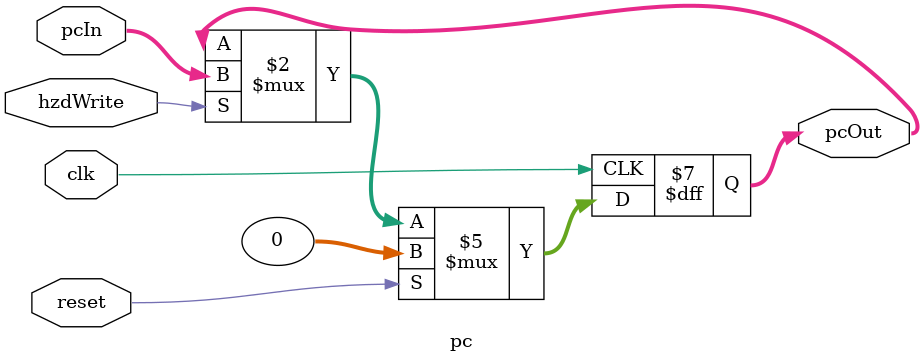
<source format=v>

module pc (pcIn, pcOut, clk, hzdWrite, reset);

	input [31:0] pcIn;
	output reg [31:0] pcOut;
    input clk, reset, hzdWrite;

    // Atualiza o valor armazenado em PC conforme a borda de subida do clock;
	always @(negedge clk) begin
		if (reset) begin
			pcOut <= 32'b0;
		end
		else begin
			if (hzdWrite) begin
				pcOut <= pcIn;
			end
		end
	end
    // A atualização acima só ocorre ao final de cada ciclo do clock;
endmodule

</source>
